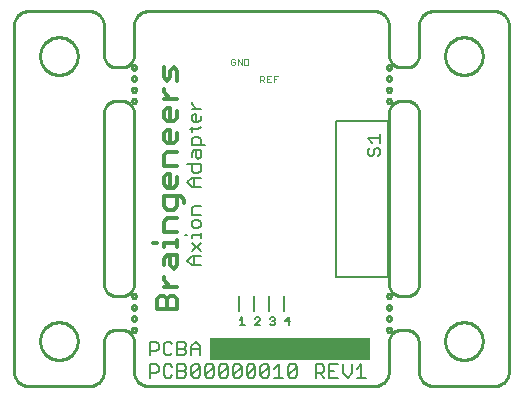
<source format=gbr>
G04 EAGLE Gerber RS-274X export*
G75*
%MOIN*%
%FSLAX34Y34*%
%LPD*%
%INSilkscreen Top*%
%IPPOS*%
%AMOC8*
5,1,8,0,0,1.08239X$1,22.5*%
G01*
%ADD10C,0.012000*%
%ADD11C,0.006000*%
%ADD12R,0.537500X0.075000*%
%ADD13C,0.004000*%
%ADD14C,0.005000*%
%ADD15C,0.008000*%
%ADD16C,0.010000*%


D10*
X-2560Y-7940D02*
X-3241Y-7940D01*
X-3241Y-7600D01*
X-3127Y-7486D01*
X-3014Y-7486D01*
X-2900Y-7600D01*
X-2787Y-7486D01*
X-2673Y-7486D01*
X-2560Y-7600D01*
X-2560Y-7940D01*
X-2900Y-7940D02*
X-2900Y-7600D01*
X-3014Y-7203D02*
X-2560Y-7203D01*
X-2787Y-7203D02*
X-3014Y-6977D01*
X-3014Y-6863D01*
X-3014Y-6476D02*
X-3014Y-6249D01*
X-2900Y-6136D01*
X-2560Y-6136D01*
X-2560Y-6476D01*
X-2673Y-6590D01*
X-2787Y-6476D01*
X-2787Y-6136D01*
X-3014Y-5853D02*
X-3014Y-5739D01*
X-2560Y-5739D01*
X-2560Y-5626D02*
X-2560Y-5853D01*
X-3241Y-5739D02*
X-3354Y-5739D01*
X-3014Y-5362D02*
X-2560Y-5362D01*
X-3014Y-5362D02*
X-3014Y-5022D01*
X-2900Y-4908D01*
X-2560Y-4908D01*
X-2333Y-4398D02*
X-2333Y-4285D01*
X-2447Y-4171D01*
X-3014Y-4171D01*
X-3014Y-4512D01*
X-2900Y-4625D01*
X-2673Y-4625D01*
X-2560Y-4512D01*
X-2560Y-4171D01*
X-2560Y-3775D02*
X-2560Y-3548D01*
X-2560Y-3775D02*
X-2673Y-3889D01*
X-2900Y-3889D01*
X-3014Y-3775D01*
X-3014Y-3548D01*
X-2900Y-3435D01*
X-2787Y-3435D01*
X-2787Y-3889D01*
X-2560Y-3152D02*
X-3014Y-3152D01*
X-3014Y-2812D01*
X-2900Y-2698D01*
X-2560Y-2698D01*
X-2560Y-2302D02*
X-2560Y-2075D01*
X-2560Y-2302D02*
X-2673Y-2415D01*
X-2900Y-2415D01*
X-3014Y-2302D01*
X-3014Y-2075D01*
X-2900Y-1962D01*
X-2787Y-1962D01*
X-2787Y-2415D01*
X-2560Y-1565D02*
X-2560Y-1338D01*
X-2560Y-1565D02*
X-2673Y-1679D01*
X-2900Y-1679D01*
X-3014Y-1565D01*
X-3014Y-1338D01*
X-2900Y-1225D01*
X-2787Y-1225D01*
X-2787Y-1679D01*
X-2560Y-942D02*
X-3014Y-942D01*
X-2787Y-942D02*
X-3014Y-715D01*
X-3014Y-602D01*
X-2560Y-328D02*
X-2560Y12D01*
X-2673Y126D01*
X-2787Y12D01*
X-2787Y-215D01*
X-2900Y-328D01*
X-3014Y-215D01*
X-3014Y126D01*
D11*
X-2074Y-6470D02*
X-1780Y-6470D01*
X-2074Y-6470D02*
X-2220Y-6323D01*
X-2074Y-6176D01*
X-1780Y-6176D01*
X-2000Y-6176D02*
X-2000Y-6470D01*
X-2074Y-6010D02*
X-1780Y-5716D01*
X-1780Y-6010D02*
X-2074Y-5716D01*
X-2074Y-5549D02*
X-2074Y-5476D01*
X-1780Y-5476D01*
X-1780Y-5549D02*
X-1780Y-5402D01*
X-2220Y-5476D02*
X-2294Y-5476D01*
X-1780Y-5169D02*
X-1780Y-5022D01*
X-1853Y-4949D01*
X-2000Y-4949D01*
X-2074Y-5022D01*
X-2074Y-5169D01*
X-2000Y-5242D01*
X-1853Y-5242D01*
X-1780Y-5169D01*
X-1780Y-4782D02*
X-2074Y-4782D01*
X-2074Y-4562D01*
X-2000Y-4488D01*
X-1780Y-4488D01*
X-1780Y-3861D02*
X-2074Y-3861D01*
X-2220Y-3714D01*
X-2074Y-3568D01*
X-1780Y-3568D01*
X-2000Y-3568D02*
X-2000Y-3861D01*
X-2220Y-3107D02*
X-1780Y-3107D01*
X-1780Y-3327D01*
X-1853Y-3401D01*
X-2000Y-3401D01*
X-2074Y-3327D01*
X-2074Y-3107D01*
X-2074Y-2867D02*
X-2074Y-2720D01*
X-2000Y-2647D01*
X-1780Y-2647D01*
X-1780Y-2867D01*
X-1853Y-2940D01*
X-1927Y-2867D01*
X-1927Y-2647D01*
X-2074Y-2480D02*
X-1633Y-2480D01*
X-2074Y-2480D02*
X-2074Y-2260D01*
X-2000Y-2186D01*
X-1853Y-2186D01*
X-1780Y-2260D01*
X-1780Y-2480D01*
X-1853Y-1946D02*
X-2147Y-1946D01*
X-1853Y-1946D02*
X-1780Y-1873D01*
X-2074Y-1873D02*
X-2074Y-2020D01*
X-1780Y-1639D02*
X-1780Y-1492D01*
X-1780Y-1639D02*
X-1853Y-1713D01*
X-2000Y-1713D01*
X-2074Y-1639D01*
X-2074Y-1492D01*
X-2000Y-1419D01*
X-1927Y-1419D01*
X-1927Y-1713D01*
X-1780Y-1252D02*
X-2074Y-1252D01*
X-1927Y-1252D02*
X-2074Y-1105D01*
X-2074Y-1032D01*
X-3470Y-9030D02*
X-3470Y-9470D01*
X-3470Y-9030D02*
X-3250Y-9030D01*
X-3176Y-9103D01*
X-3176Y-9250D01*
X-3250Y-9323D01*
X-3470Y-9323D01*
X-2789Y-9030D02*
X-2716Y-9103D01*
X-2789Y-9030D02*
X-2936Y-9030D01*
X-3010Y-9103D01*
X-3010Y-9397D01*
X-2936Y-9470D01*
X-2789Y-9470D01*
X-2716Y-9397D01*
X-2549Y-9470D02*
X-2549Y-9030D01*
X-2329Y-9030D01*
X-2256Y-9103D01*
X-2256Y-9176D01*
X-2329Y-9250D01*
X-2256Y-9323D01*
X-2256Y-9397D01*
X-2329Y-9470D01*
X-2549Y-9470D01*
X-2549Y-9250D02*
X-2329Y-9250D01*
X-2089Y-9176D02*
X-2089Y-9470D01*
X-2089Y-9176D02*
X-1942Y-9030D01*
X-1795Y-9176D01*
X-1795Y-9470D01*
X-1795Y-9250D02*
X-2089Y-9250D01*
X-3470Y-9780D02*
X-3470Y-10220D01*
X-3470Y-9780D02*
X-3250Y-9780D01*
X-3176Y-9853D01*
X-3176Y-10000D01*
X-3250Y-10073D01*
X-3470Y-10073D01*
X-2789Y-9780D02*
X-2716Y-9853D01*
X-2789Y-9780D02*
X-2936Y-9780D01*
X-3010Y-9853D01*
X-3010Y-10147D01*
X-2936Y-10220D01*
X-2789Y-10220D01*
X-2716Y-10147D01*
X-2549Y-10220D02*
X-2549Y-9780D01*
X-2329Y-9780D01*
X-2256Y-9853D01*
X-2256Y-9926D01*
X-2329Y-10000D01*
X-2256Y-10073D01*
X-2256Y-10147D01*
X-2329Y-10220D01*
X-2549Y-10220D01*
X-2549Y-10000D02*
X-2329Y-10000D01*
X-2089Y-10147D02*
X-2089Y-9853D01*
X-2015Y-9780D01*
X-1869Y-9780D01*
X-1795Y-9853D01*
X-1795Y-10147D01*
X-1869Y-10220D01*
X-2015Y-10220D01*
X-2089Y-10147D01*
X-1795Y-9853D01*
X-1628Y-9853D02*
X-1628Y-10147D01*
X-1628Y-9853D02*
X-1555Y-9780D01*
X-1408Y-9780D01*
X-1335Y-9853D01*
X-1335Y-10147D01*
X-1408Y-10220D01*
X-1555Y-10220D01*
X-1628Y-10147D01*
X-1335Y-9853D01*
X-1168Y-9853D02*
X-1168Y-10147D01*
X-1168Y-9853D02*
X-1095Y-9780D01*
X-948Y-9780D01*
X-874Y-9853D01*
X-874Y-10147D01*
X-948Y-10220D01*
X-1095Y-10220D01*
X-1168Y-10147D01*
X-874Y-9853D01*
X-708Y-9853D02*
X-708Y-10147D01*
X-708Y-9853D02*
X-634Y-9780D01*
X-487Y-9780D01*
X-414Y-9853D01*
X-414Y-10147D01*
X-487Y-10220D01*
X-634Y-10220D01*
X-708Y-10147D01*
X-414Y-9853D01*
X-247Y-9853D02*
X-247Y-10147D01*
X-247Y-9853D02*
X-174Y-9780D01*
X-27Y-9780D01*
X46Y-9853D01*
X46Y-10147D01*
X-27Y-10220D01*
X-174Y-10220D01*
X-247Y-10147D01*
X46Y-9853D01*
X213Y-9853D02*
X213Y-10147D01*
X213Y-9853D02*
X287Y-9780D01*
X433Y-9780D01*
X507Y-9853D01*
X507Y-10147D01*
X433Y-10220D01*
X287Y-10220D01*
X213Y-10147D01*
X507Y-9853D01*
X674Y-9926D02*
X820Y-9780D01*
X820Y-10220D01*
X674Y-10220D02*
X967Y-10220D01*
X1134Y-10147D02*
X1134Y-9853D01*
X1207Y-9780D01*
X1354Y-9780D01*
X1428Y-9853D01*
X1428Y-10147D01*
X1354Y-10220D01*
X1207Y-10220D01*
X1134Y-10147D01*
X1428Y-9853D01*
X2055Y-9780D02*
X2055Y-10220D01*
X2055Y-9780D02*
X2275Y-9780D01*
X2348Y-9853D01*
X2348Y-10000D01*
X2275Y-10073D01*
X2055Y-10073D01*
X2202Y-10073D02*
X2348Y-10220D01*
X2515Y-9780D02*
X2809Y-9780D01*
X2515Y-9780D02*
X2515Y-10220D01*
X2809Y-10220D01*
X2662Y-10000D02*
X2515Y-10000D01*
X2975Y-10073D02*
X2975Y-9780D01*
X2975Y-10073D02*
X3122Y-10220D01*
X3269Y-10073D01*
X3269Y-9780D01*
X3436Y-9926D02*
X3583Y-9780D01*
X3583Y-10220D01*
X3729Y-10220D02*
X3436Y-10220D01*
D12*
X1188Y-9250D03*
D13*
X-624Y369D02*
X-657Y403D01*
X-724Y403D01*
X-758Y369D01*
X-758Y236D01*
X-724Y203D01*
X-657Y203D01*
X-624Y236D01*
X-624Y303D01*
X-691Y303D01*
X-537Y203D02*
X-537Y403D01*
X-403Y203D01*
X-403Y403D01*
X-316Y403D02*
X-316Y203D01*
X-215Y203D01*
X-182Y236D01*
X-182Y369D01*
X-215Y403D01*
X-316Y403D01*
X211Y-159D02*
X211Y-359D01*
X211Y-159D02*
X311Y-159D01*
X345Y-192D01*
X345Y-259D01*
X311Y-292D01*
X211Y-292D01*
X278Y-292D02*
X345Y-359D01*
X432Y-159D02*
X566Y-159D01*
X432Y-159D02*
X432Y-359D01*
X566Y-359D01*
X499Y-259D02*
X432Y-259D01*
X653Y-359D02*
X653Y-159D01*
X787Y-159D01*
X720Y-259D02*
X653Y-259D01*
D14*
X-385Y-8205D02*
X-475Y-8295D01*
X-385Y-8205D02*
X-385Y-8475D01*
X-475Y-8475D02*
X-295Y-8475D01*
X25Y-8475D02*
X205Y-8475D01*
X25Y-8475D02*
X205Y-8295D01*
X205Y-8250D01*
X160Y-8205D01*
X70Y-8205D01*
X25Y-8250D01*
X525Y-8254D02*
X570Y-8209D01*
X660Y-8209D01*
X705Y-8254D01*
X705Y-8299D01*
X660Y-8344D01*
X615Y-8344D01*
X660Y-8344D02*
X705Y-8389D01*
X705Y-8434D01*
X660Y-8479D01*
X570Y-8479D01*
X525Y-8434D01*
X1160Y-8475D02*
X1160Y-8205D01*
X1025Y-8340D01*
X1205Y-8340D01*
D11*
X-500Y-8000D02*
X-500Y-7500D01*
X0Y-7500D02*
X0Y-8000D01*
X500Y-8000D02*
X500Y-7500D01*
X1000Y-7500D02*
X1000Y-8000D01*
D14*
X4480Y-6850D02*
X4480Y-1650D01*
X2750Y-1650D01*
X2750Y-6850D01*
X4480Y-6850D01*
D15*
X3790Y-2632D02*
X3860Y-2562D01*
X3790Y-2632D02*
X3790Y-2772D01*
X3860Y-2842D01*
X3930Y-2842D01*
X4000Y-2772D01*
X4000Y-2632D01*
X4070Y-2562D01*
X4140Y-2562D01*
X4210Y-2632D01*
X4210Y-2772D01*
X4140Y-2842D01*
X3930Y-2382D02*
X3790Y-2241D01*
X4210Y-2241D01*
X4210Y-2101D02*
X4210Y-2382D01*
D16*
X-8000Y-10000D02*
X-7998Y-10044D01*
X-7992Y-10087D01*
X-7983Y-10129D01*
X-7970Y-10171D01*
X-7953Y-10211D01*
X-7933Y-10250D01*
X-7910Y-10287D01*
X-7883Y-10321D01*
X-7854Y-10354D01*
X-7821Y-10383D01*
X-7787Y-10410D01*
X-7750Y-10433D01*
X-7711Y-10453D01*
X-7671Y-10470D01*
X-7629Y-10483D01*
X-7587Y-10492D01*
X-7544Y-10498D01*
X-7500Y-10500D01*
X-5500Y-10500D01*
X-5456Y-10498D01*
X-5413Y-10492D01*
X-5371Y-10483D01*
X-5329Y-10470D01*
X-5289Y-10453D01*
X-5250Y-10433D01*
X-5213Y-10410D01*
X-5179Y-10383D01*
X-5146Y-10354D01*
X-5117Y-10321D01*
X-5090Y-10287D01*
X-5067Y-10250D01*
X-5047Y-10211D01*
X-5030Y-10171D01*
X-5017Y-10129D01*
X-5008Y-10087D01*
X-5002Y-10044D01*
X-5000Y-10000D01*
X-5000Y-9025D01*
X-4998Y-8990D01*
X-4994Y-8956D01*
X-4986Y-8921D01*
X-4976Y-8888D01*
X-4963Y-8856D01*
X-4946Y-8825D01*
X-4928Y-8796D01*
X-4906Y-8768D01*
X-4883Y-8742D01*
X-4857Y-8719D01*
X-4829Y-8697D01*
X-4800Y-8679D01*
X-4769Y-8662D01*
X-4737Y-8649D01*
X-4704Y-8639D01*
X-4669Y-8631D01*
X-4635Y-8627D01*
X-4600Y-8625D01*
X-4400Y-8625D01*
X-4365Y-8627D01*
X-4331Y-8631D01*
X-4296Y-8639D01*
X-4263Y-8649D01*
X-4231Y-8662D01*
X-4200Y-8679D01*
X-4171Y-8697D01*
X-4143Y-8719D01*
X-4117Y-8742D01*
X-4094Y-8768D01*
X-4072Y-8796D01*
X-4054Y-8825D01*
X-4037Y-8856D01*
X-4024Y-8888D01*
X-4014Y-8921D01*
X-4006Y-8956D01*
X-4002Y-8990D01*
X-4000Y-9025D01*
X-4000Y-10000D01*
X-3998Y-10044D01*
X-3992Y-10087D01*
X-3983Y-10129D01*
X-3970Y-10171D01*
X-3953Y-10211D01*
X-3933Y-10250D01*
X-3910Y-10287D01*
X-3883Y-10321D01*
X-3854Y-10354D01*
X-3821Y-10383D01*
X-3787Y-10410D01*
X-3750Y-10433D01*
X-3711Y-10453D01*
X-3671Y-10470D01*
X-3629Y-10483D01*
X-3587Y-10492D01*
X-3544Y-10498D01*
X-3500Y-10500D01*
X4000Y-10500D01*
X4044Y-10498D01*
X4087Y-10492D01*
X4129Y-10483D01*
X4171Y-10470D01*
X4211Y-10453D01*
X4250Y-10433D01*
X4287Y-10410D01*
X4321Y-10383D01*
X4354Y-10354D01*
X4383Y-10321D01*
X4410Y-10287D01*
X4433Y-10250D01*
X4453Y-10211D01*
X4470Y-10171D01*
X4483Y-10129D01*
X4492Y-10087D01*
X4498Y-10044D01*
X4500Y-10000D01*
X4500Y-9025D01*
X4502Y-8990D01*
X4506Y-8956D01*
X4514Y-8921D01*
X4524Y-8888D01*
X4537Y-8856D01*
X4554Y-8825D01*
X4572Y-8796D01*
X4594Y-8768D01*
X4617Y-8742D01*
X4643Y-8719D01*
X4671Y-8697D01*
X4700Y-8679D01*
X4731Y-8662D01*
X4763Y-8649D01*
X4796Y-8639D01*
X4831Y-8631D01*
X4865Y-8627D01*
X4900Y-8625D01*
X5100Y-8625D01*
X5140Y-8632D01*
X5179Y-8643D01*
X5218Y-8657D01*
X5254Y-8674D01*
X5290Y-8695D01*
X5323Y-8718D01*
X5354Y-8744D01*
X5383Y-8773D01*
X5409Y-8805D01*
X5432Y-8838D01*
X5452Y-8873D01*
X5469Y-8910D01*
X5483Y-8949D01*
X5493Y-8988D01*
X5500Y-9028D01*
X5504Y-9069D01*
X5504Y-9109D01*
X5500Y-9150D01*
X5500Y-10000D01*
X5502Y-10044D01*
X5508Y-10087D01*
X5517Y-10129D01*
X5530Y-10171D01*
X5547Y-10211D01*
X5567Y-10250D01*
X5590Y-10287D01*
X5617Y-10321D01*
X5646Y-10354D01*
X5679Y-10383D01*
X5713Y-10410D01*
X5750Y-10433D01*
X5789Y-10453D01*
X5829Y-10470D01*
X5871Y-10483D01*
X5913Y-10492D01*
X5956Y-10498D01*
X6000Y-10500D01*
X8000Y-10500D01*
X8044Y-10498D01*
X8087Y-10492D01*
X8129Y-10483D01*
X8171Y-10470D01*
X8211Y-10453D01*
X8250Y-10433D01*
X8287Y-10410D01*
X8321Y-10383D01*
X8354Y-10354D01*
X8383Y-10321D01*
X8410Y-10287D01*
X8433Y-10250D01*
X8453Y-10211D01*
X8470Y-10171D01*
X8483Y-10129D01*
X8492Y-10087D01*
X8498Y-10044D01*
X8500Y-10000D01*
X8500Y1500D01*
X8498Y1544D01*
X8492Y1587D01*
X8483Y1629D01*
X8470Y1671D01*
X8453Y1711D01*
X8433Y1750D01*
X8410Y1787D01*
X8383Y1821D01*
X8354Y1854D01*
X8321Y1883D01*
X8287Y1910D01*
X8250Y1933D01*
X8211Y1953D01*
X8171Y1970D01*
X8129Y1983D01*
X8087Y1992D01*
X8044Y1998D01*
X8000Y2000D01*
X6000Y2000D01*
X5956Y1998D01*
X5913Y1992D01*
X5871Y1983D01*
X5829Y1970D01*
X5789Y1953D01*
X5750Y1933D01*
X5713Y1910D01*
X5679Y1883D01*
X5646Y1854D01*
X5617Y1821D01*
X5590Y1787D01*
X5567Y1750D01*
X5547Y1711D01*
X5530Y1671D01*
X5517Y1629D01*
X5508Y1587D01*
X5502Y1544D01*
X5500Y1500D01*
X5500Y525D01*
X5498Y490D01*
X5494Y456D01*
X5486Y421D01*
X5476Y388D01*
X5463Y356D01*
X5446Y325D01*
X5428Y296D01*
X5406Y268D01*
X5383Y242D01*
X5357Y219D01*
X5329Y197D01*
X5300Y179D01*
X5269Y162D01*
X5237Y149D01*
X5204Y139D01*
X5169Y131D01*
X5135Y127D01*
X5100Y125D01*
X4900Y125D01*
X4865Y127D01*
X4831Y131D01*
X4796Y139D01*
X4763Y149D01*
X4731Y162D01*
X4700Y179D01*
X4671Y197D01*
X4643Y219D01*
X4617Y242D01*
X4594Y268D01*
X4572Y296D01*
X4554Y325D01*
X4537Y356D01*
X4524Y388D01*
X4514Y421D01*
X4506Y456D01*
X4502Y490D01*
X4500Y525D01*
X4500Y1500D01*
X4498Y1544D01*
X4492Y1587D01*
X4483Y1629D01*
X4470Y1671D01*
X4453Y1711D01*
X4433Y1750D01*
X4410Y1787D01*
X4383Y1821D01*
X4354Y1854D01*
X4321Y1883D01*
X4287Y1910D01*
X4250Y1933D01*
X4211Y1953D01*
X4171Y1970D01*
X4129Y1983D01*
X4087Y1992D01*
X4044Y1998D01*
X4000Y2000D01*
X-3500Y2000D01*
X-3544Y1998D01*
X-3587Y1992D01*
X-3629Y1983D01*
X-3671Y1970D01*
X-3711Y1953D01*
X-3750Y1933D01*
X-3787Y1910D01*
X-3821Y1883D01*
X-3854Y1854D01*
X-3883Y1821D01*
X-3910Y1787D01*
X-3933Y1750D01*
X-3953Y1711D01*
X-3970Y1671D01*
X-3983Y1629D01*
X-3992Y1587D01*
X-3998Y1544D01*
X-4000Y1500D01*
X-4000Y525D01*
X-4002Y490D01*
X-4006Y456D01*
X-4014Y421D01*
X-4024Y388D01*
X-4037Y356D01*
X-4054Y325D01*
X-4072Y296D01*
X-4094Y268D01*
X-4117Y242D01*
X-4143Y219D01*
X-4171Y197D01*
X-4200Y179D01*
X-4231Y162D01*
X-4263Y149D01*
X-4296Y139D01*
X-4331Y131D01*
X-4365Y127D01*
X-4400Y125D01*
X-4600Y125D01*
X-4635Y127D01*
X-4669Y131D01*
X-4704Y139D01*
X-4737Y149D01*
X-4769Y162D01*
X-4800Y179D01*
X-4829Y197D01*
X-4857Y219D01*
X-4883Y242D01*
X-4906Y268D01*
X-4928Y296D01*
X-4946Y325D01*
X-4963Y356D01*
X-4976Y388D01*
X-4986Y421D01*
X-4994Y456D01*
X-4998Y490D01*
X-5000Y525D01*
X-5000Y1500D01*
X-5002Y1544D01*
X-5008Y1587D01*
X-5017Y1629D01*
X-5030Y1671D01*
X-5047Y1711D01*
X-5067Y1750D01*
X-5090Y1787D01*
X-5117Y1821D01*
X-5146Y1854D01*
X-5179Y1883D01*
X-5213Y1910D01*
X-5250Y1933D01*
X-5289Y1953D01*
X-5329Y1970D01*
X-5371Y1983D01*
X-5413Y1992D01*
X-5456Y1998D01*
X-5500Y2000D01*
X-7500Y2000D01*
X-7544Y1998D01*
X-7587Y1992D01*
X-7629Y1983D01*
X-7671Y1970D01*
X-7711Y1953D01*
X-7750Y1933D01*
X-7787Y1910D01*
X-7821Y1883D01*
X-7854Y1854D01*
X-7883Y1821D01*
X-7910Y1787D01*
X-7933Y1750D01*
X-7953Y1711D01*
X-7970Y1671D01*
X-7983Y1629D01*
X-7992Y1587D01*
X-7998Y1544D01*
X-8000Y1500D01*
X-8000Y-10000D01*
X4500Y-7100D02*
X4502Y-7135D01*
X4506Y-7169D01*
X4514Y-7204D01*
X4524Y-7237D01*
X4537Y-7269D01*
X4554Y-7300D01*
X4572Y-7329D01*
X4594Y-7357D01*
X4617Y-7383D01*
X4643Y-7406D01*
X4671Y-7428D01*
X4700Y-7446D01*
X4731Y-7463D01*
X4763Y-7476D01*
X4796Y-7486D01*
X4831Y-7494D01*
X4865Y-7498D01*
X4900Y-7500D01*
X5100Y-7500D01*
X5135Y-7498D01*
X5169Y-7494D01*
X5204Y-7486D01*
X5237Y-7476D01*
X5269Y-7463D01*
X5300Y-7446D01*
X5329Y-7428D01*
X5357Y-7406D01*
X5383Y-7383D01*
X5406Y-7357D01*
X5428Y-7329D01*
X5446Y-7300D01*
X5463Y-7269D01*
X5476Y-7237D01*
X5486Y-7204D01*
X5494Y-7169D01*
X5498Y-7135D01*
X5500Y-7100D01*
X5500Y-1400D01*
X5498Y-1365D01*
X5494Y-1331D01*
X5486Y-1296D01*
X5476Y-1263D01*
X5463Y-1231D01*
X5446Y-1200D01*
X5428Y-1171D01*
X5406Y-1143D01*
X5383Y-1117D01*
X5357Y-1094D01*
X5329Y-1072D01*
X5300Y-1054D01*
X5269Y-1037D01*
X5237Y-1024D01*
X5204Y-1014D01*
X5169Y-1006D01*
X5135Y-1002D01*
X5100Y-1000D01*
X4900Y-1000D01*
X4865Y-1002D01*
X4831Y-1006D01*
X4796Y-1014D01*
X4763Y-1024D01*
X4731Y-1037D01*
X4700Y-1054D01*
X4671Y-1072D01*
X4643Y-1094D01*
X4617Y-1117D01*
X4594Y-1143D01*
X4572Y-1171D01*
X4554Y-1200D01*
X4537Y-1231D01*
X4524Y-1263D01*
X4514Y-1296D01*
X4506Y-1331D01*
X4502Y-1365D01*
X4500Y-1400D01*
X4500Y-7100D01*
X-5000Y-7100D02*
X-4998Y-7135D01*
X-4994Y-7169D01*
X-4986Y-7204D01*
X-4976Y-7237D01*
X-4963Y-7269D01*
X-4946Y-7300D01*
X-4928Y-7329D01*
X-4906Y-7357D01*
X-4883Y-7383D01*
X-4857Y-7406D01*
X-4829Y-7428D01*
X-4800Y-7446D01*
X-4769Y-7463D01*
X-4737Y-7476D01*
X-4704Y-7486D01*
X-4669Y-7494D01*
X-4635Y-7498D01*
X-4600Y-7500D01*
X-4400Y-7500D01*
X-4365Y-7498D01*
X-4331Y-7494D01*
X-4296Y-7486D01*
X-4263Y-7476D01*
X-4231Y-7463D01*
X-4200Y-7446D01*
X-4171Y-7428D01*
X-4143Y-7406D01*
X-4117Y-7383D01*
X-4094Y-7357D01*
X-4072Y-7329D01*
X-4054Y-7300D01*
X-4037Y-7269D01*
X-4024Y-7237D01*
X-4014Y-7204D01*
X-4006Y-7169D01*
X-4002Y-7135D01*
X-4000Y-7100D01*
X-4000Y-1400D01*
X-4002Y-1365D01*
X-4006Y-1331D01*
X-4014Y-1296D01*
X-4024Y-1263D01*
X-4037Y-1231D01*
X-4054Y-1200D01*
X-4072Y-1171D01*
X-4094Y-1143D01*
X-4117Y-1117D01*
X-4143Y-1094D01*
X-4171Y-1072D01*
X-4200Y-1054D01*
X-4231Y-1037D01*
X-4263Y-1024D01*
X-4296Y-1014D01*
X-4331Y-1006D01*
X-4365Y-1002D01*
X-4400Y-1000D01*
X-4600Y-1000D01*
X-4635Y-1002D01*
X-4669Y-1006D01*
X-4704Y-1014D01*
X-4737Y-1024D01*
X-4769Y-1037D01*
X-4800Y-1054D01*
X-4829Y-1072D01*
X-4857Y-1094D01*
X-4883Y-1117D01*
X-4906Y-1143D01*
X-4928Y-1171D01*
X-4946Y-1200D01*
X-4963Y-1231D01*
X-4976Y-1263D01*
X-4986Y-1296D01*
X-4994Y-1331D01*
X-4998Y-1365D01*
X-5000Y-1400D01*
X-5000Y-7100D01*
X4575Y-8632D02*
X4572Y-8647D01*
X4566Y-8661D01*
X4558Y-8673D01*
X4548Y-8683D01*
X4536Y-8691D01*
X4522Y-8697D01*
X4507Y-8700D01*
X4493Y-8700D01*
X4478Y-8697D01*
X4464Y-8691D01*
X4452Y-8683D01*
X4442Y-8673D01*
X4434Y-8661D01*
X4428Y-8647D01*
X4425Y-8632D01*
X4425Y-8618D01*
X4428Y-8603D01*
X4434Y-8589D01*
X4442Y-8577D01*
X4452Y-8567D01*
X4464Y-8559D01*
X4478Y-8553D01*
X4493Y-8550D01*
X4507Y-8550D01*
X4522Y-8553D01*
X4536Y-8559D01*
X4548Y-8567D01*
X4558Y-8577D01*
X4566Y-8589D01*
X4572Y-8603D01*
X4575Y-8618D01*
X4575Y-8632D01*
X4575Y-7507D02*
X4572Y-7522D01*
X4566Y-7536D01*
X4558Y-7548D01*
X4548Y-7558D01*
X4536Y-7566D01*
X4522Y-7572D01*
X4507Y-7575D01*
X4493Y-7575D01*
X4478Y-7572D01*
X4464Y-7566D01*
X4452Y-7558D01*
X4442Y-7548D01*
X4434Y-7536D01*
X4428Y-7522D01*
X4425Y-7507D01*
X4425Y-7493D01*
X4428Y-7478D01*
X4434Y-7464D01*
X4442Y-7452D01*
X4452Y-7442D01*
X4464Y-7434D01*
X4478Y-7428D01*
X4493Y-7425D01*
X4507Y-7425D01*
X4522Y-7428D01*
X4536Y-7434D01*
X4548Y-7442D01*
X4558Y-7452D01*
X4566Y-7464D01*
X4572Y-7478D01*
X4575Y-7493D01*
X4575Y-7507D01*
X4575Y-7882D02*
X4572Y-7897D01*
X4566Y-7911D01*
X4558Y-7923D01*
X4548Y-7933D01*
X4536Y-7941D01*
X4522Y-7947D01*
X4507Y-7950D01*
X4493Y-7950D01*
X4478Y-7947D01*
X4464Y-7941D01*
X4452Y-7933D01*
X4442Y-7923D01*
X4434Y-7911D01*
X4428Y-7897D01*
X4425Y-7882D01*
X4425Y-7868D01*
X4428Y-7853D01*
X4434Y-7839D01*
X4442Y-7827D01*
X4452Y-7817D01*
X4464Y-7809D01*
X4478Y-7803D01*
X4493Y-7800D01*
X4507Y-7800D01*
X4522Y-7803D01*
X4536Y-7809D01*
X4548Y-7817D01*
X4558Y-7827D01*
X4566Y-7839D01*
X4572Y-7853D01*
X4575Y-7868D01*
X4575Y-7882D01*
X4575Y-8257D02*
X4572Y-8272D01*
X4566Y-8286D01*
X4558Y-8298D01*
X4548Y-8308D01*
X4536Y-8316D01*
X4522Y-8322D01*
X4507Y-8325D01*
X4493Y-8325D01*
X4478Y-8322D01*
X4464Y-8316D01*
X4452Y-8308D01*
X4442Y-8298D01*
X4434Y-8286D01*
X4428Y-8272D01*
X4425Y-8257D01*
X4425Y-8243D01*
X4428Y-8228D01*
X4434Y-8214D01*
X4442Y-8202D01*
X4452Y-8192D01*
X4464Y-8184D01*
X4478Y-8178D01*
X4493Y-8175D01*
X4507Y-8175D01*
X4522Y-8178D01*
X4536Y-8184D01*
X4548Y-8192D01*
X4558Y-8202D01*
X4566Y-8214D01*
X4572Y-8228D01*
X4575Y-8243D01*
X4575Y-8257D01*
X7625Y-9020D02*
X7622Y-9061D01*
X7617Y-9102D01*
X7609Y-9142D01*
X7598Y-9182D01*
X7585Y-9220D01*
X7570Y-9258D01*
X7551Y-9295D01*
X7531Y-9330D01*
X7508Y-9364D01*
X7483Y-9397D01*
X7456Y-9427D01*
X7427Y-9456D01*
X7397Y-9483D01*
X7364Y-9508D01*
X7330Y-9531D01*
X7295Y-9551D01*
X7258Y-9570D01*
X7220Y-9585D01*
X7182Y-9598D01*
X7142Y-9609D01*
X7102Y-9617D01*
X7061Y-9622D01*
X7020Y-9625D01*
X6980Y-9625D01*
X6939Y-9622D01*
X6898Y-9617D01*
X6858Y-9609D01*
X6818Y-9598D01*
X6780Y-9585D01*
X6742Y-9570D01*
X6705Y-9551D01*
X6670Y-9531D01*
X6636Y-9508D01*
X6603Y-9483D01*
X6573Y-9456D01*
X6544Y-9427D01*
X6517Y-9397D01*
X6492Y-9364D01*
X6469Y-9330D01*
X6449Y-9295D01*
X6430Y-9258D01*
X6415Y-9220D01*
X6402Y-9182D01*
X6391Y-9142D01*
X6383Y-9102D01*
X6378Y-9061D01*
X6375Y-9020D01*
X6375Y-8980D01*
X6378Y-8939D01*
X6383Y-8898D01*
X6391Y-8858D01*
X6402Y-8818D01*
X6415Y-8780D01*
X6430Y-8742D01*
X6449Y-8705D01*
X6469Y-8670D01*
X6492Y-8636D01*
X6517Y-8603D01*
X6544Y-8573D01*
X6573Y-8544D01*
X6603Y-8517D01*
X6636Y-8492D01*
X6670Y-8469D01*
X6705Y-8449D01*
X6742Y-8430D01*
X6780Y-8415D01*
X6818Y-8402D01*
X6858Y-8391D01*
X6898Y-8383D01*
X6939Y-8378D01*
X6980Y-8375D01*
X7020Y-8375D01*
X7061Y-8378D01*
X7102Y-8383D01*
X7142Y-8391D01*
X7182Y-8402D01*
X7220Y-8415D01*
X7258Y-8430D01*
X7295Y-8449D01*
X7330Y-8469D01*
X7364Y-8492D01*
X7397Y-8517D01*
X7427Y-8544D01*
X7456Y-8573D01*
X7483Y-8603D01*
X7508Y-8636D01*
X7531Y-8670D01*
X7551Y-8705D01*
X7570Y-8742D01*
X7585Y-8780D01*
X7598Y-8818D01*
X7609Y-8858D01*
X7617Y-8898D01*
X7622Y-8939D01*
X7625Y-8980D01*
X7625Y-9020D01*
X4575Y-1007D02*
X4572Y-1022D01*
X4566Y-1036D01*
X4558Y-1048D01*
X4548Y-1058D01*
X4536Y-1066D01*
X4522Y-1072D01*
X4507Y-1075D01*
X4493Y-1075D01*
X4478Y-1072D01*
X4464Y-1066D01*
X4452Y-1058D01*
X4442Y-1048D01*
X4434Y-1036D01*
X4428Y-1022D01*
X4425Y-1007D01*
X4425Y-993D01*
X4428Y-978D01*
X4434Y-964D01*
X4442Y-952D01*
X4452Y-942D01*
X4464Y-934D01*
X4478Y-928D01*
X4493Y-925D01*
X4507Y-925D01*
X4522Y-928D01*
X4536Y-934D01*
X4548Y-942D01*
X4558Y-952D01*
X4566Y-964D01*
X4572Y-978D01*
X4575Y-993D01*
X4575Y-1007D01*
X4575Y118D02*
X4572Y103D01*
X4566Y89D01*
X4558Y77D01*
X4548Y67D01*
X4536Y59D01*
X4522Y53D01*
X4507Y50D01*
X4493Y50D01*
X4478Y53D01*
X4464Y59D01*
X4452Y67D01*
X4442Y77D01*
X4434Y89D01*
X4428Y103D01*
X4425Y118D01*
X4425Y132D01*
X4428Y147D01*
X4434Y161D01*
X4442Y173D01*
X4452Y183D01*
X4464Y191D01*
X4478Y197D01*
X4493Y200D01*
X4507Y200D01*
X4522Y197D01*
X4536Y191D01*
X4548Y183D01*
X4558Y173D01*
X4566Y161D01*
X4572Y147D01*
X4575Y132D01*
X4575Y118D01*
X4575Y-257D02*
X4572Y-272D01*
X4566Y-286D01*
X4558Y-298D01*
X4548Y-308D01*
X4536Y-316D01*
X4522Y-322D01*
X4507Y-325D01*
X4493Y-325D01*
X4478Y-322D01*
X4464Y-316D01*
X4452Y-308D01*
X4442Y-298D01*
X4434Y-286D01*
X4428Y-272D01*
X4425Y-257D01*
X4425Y-243D01*
X4428Y-228D01*
X4434Y-214D01*
X4442Y-202D01*
X4452Y-192D01*
X4464Y-184D01*
X4478Y-178D01*
X4493Y-175D01*
X4507Y-175D01*
X4522Y-178D01*
X4536Y-184D01*
X4548Y-192D01*
X4558Y-202D01*
X4566Y-214D01*
X4572Y-228D01*
X4575Y-243D01*
X4575Y-257D01*
X4575Y-632D02*
X4572Y-647D01*
X4566Y-661D01*
X4558Y-673D01*
X4548Y-683D01*
X4536Y-691D01*
X4522Y-697D01*
X4507Y-700D01*
X4493Y-700D01*
X4478Y-697D01*
X4464Y-691D01*
X4452Y-683D01*
X4442Y-673D01*
X4434Y-661D01*
X4428Y-647D01*
X4425Y-632D01*
X4425Y-618D01*
X4428Y-603D01*
X4434Y-589D01*
X4442Y-577D01*
X4452Y-567D01*
X4464Y-559D01*
X4478Y-553D01*
X4493Y-550D01*
X4507Y-550D01*
X4522Y-553D01*
X4536Y-559D01*
X4548Y-567D01*
X4558Y-577D01*
X4566Y-589D01*
X4572Y-603D01*
X4575Y-618D01*
X4575Y-632D01*
X-3925Y-1007D02*
X-3928Y-1022D01*
X-3934Y-1036D01*
X-3942Y-1048D01*
X-3952Y-1058D01*
X-3964Y-1066D01*
X-3978Y-1072D01*
X-3993Y-1075D01*
X-4007Y-1075D01*
X-4022Y-1072D01*
X-4036Y-1066D01*
X-4048Y-1058D01*
X-4058Y-1048D01*
X-4066Y-1036D01*
X-4072Y-1022D01*
X-4075Y-1007D01*
X-4075Y-993D01*
X-4072Y-978D01*
X-4066Y-964D01*
X-4058Y-952D01*
X-4048Y-942D01*
X-4036Y-934D01*
X-4022Y-928D01*
X-4007Y-925D01*
X-3993Y-925D01*
X-3978Y-928D01*
X-3964Y-934D01*
X-3952Y-942D01*
X-3942Y-952D01*
X-3934Y-964D01*
X-3928Y-978D01*
X-3925Y-993D01*
X-3925Y-1007D01*
X-3925Y118D02*
X-3928Y103D01*
X-3934Y89D01*
X-3942Y77D01*
X-3952Y67D01*
X-3964Y59D01*
X-3978Y53D01*
X-3993Y50D01*
X-4007Y50D01*
X-4022Y53D01*
X-4036Y59D01*
X-4048Y67D01*
X-4058Y77D01*
X-4066Y89D01*
X-4072Y103D01*
X-4075Y118D01*
X-4075Y132D01*
X-4072Y147D01*
X-4066Y161D01*
X-4058Y173D01*
X-4048Y183D01*
X-4036Y191D01*
X-4022Y197D01*
X-4007Y200D01*
X-3993Y200D01*
X-3978Y197D01*
X-3964Y191D01*
X-3952Y183D01*
X-3942Y173D01*
X-3934Y161D01*
X-3928Y147D01*
X-3925Y132D01*
X-3925Y118D01*
X-3925Y-257D02*
X-3928Y-272D01*
X-3934Y-286D01*
X-3942Y-298D01*
X-3952Y-308D01*
X-3964Y-316D01*
X-3978Y-322D01*
X-3993Y-325D01*
X-4007Y-325D01*
X-4022Y-322D01*
X-4036Y-316D01*
X-4048Y-308D01*
X-4058Y-298D01*
X-4066Y-286D01*
X-4072Y-272D01*
X-4075Y-257D01*
X-4075Y-243D01*
X-4072Y-228D01*
X-4066Y-214D01*
X-4058Y-202D01*
X-4048Y-192D01*
X-4036Y-184D01*
X-4022Y-178D01*
X-4007Y-175D01*
X-3993Y-175D01*
X-3978Y-178D01*
X-3964Y-184D01*
X-3952Y-192D01*
X-3942Y-202D01*
X-3934Y-214D01*
X-3928Y-228D01*
X-3925Y-243D01*
X-3925Y-257D01*
X-3925Y-632D02*
X-3928Y-647D01*
X-3934Y-661D01*
X-3942Y-673D01*
X-3952Y-683D01*
X-3964Y-691D01*
X-3978Y-697D01*
X-3993Y-700D01*
X-4007Y-700D01*
X-4022Y-697D01*
X-4036Y-691D01*
X-4048Y-683D01*
X-4058Y-673D01*
X-4066Y-661D01*
X-4072Y-647D01*
X-4075Y-632D01*
X-4075Y-618D01*
X-4072Y-603D01*
X-4066Y-589D01*
X-4058Y-577D01*
X-4048Y-567D01*
X-4036Y-559D01*
X-4022Y-553D01*
X-4007Y-550D01*
X-3993Y-550D01*
X-3978Y-553D01*
X-3964Y-559D01*
X-3952Y-567D01*
X-3942Y-577D01*
X-3934Y-589D01*
X-3928Y-603D01*
X-3925Y-618D01*
X-3925Y-632D01*
X-3925Y-8632D02*
X-3928Y-8647D01*
X-3934Y-8661D01*
X-3942Y-8673D01*
X-3952Y-8683D01*
X-3964Y-8691D01*
X-3978Y-8697D01*
X-3993Y-8700D01*
X-4007Y-8700D01*
X-4022Y-8697D01*
X-4036Y-8691D01*
X-4048Y-8683D01*
X-4058Y-8673D01*
X-4066Y-8661D01*
X-4072Y-8647D01*
X-4075Y-8632D01*
X-4075Y-8618D01*
X-4072Y-8603D01*
X-4066Y-8589D01*
X-4058Y-8577D01*
X-4048Y-8567D01*
X-4036Y-8559D01*
X-4022Y-8553D01*
X-4007Y-8550D01*
X-3993Y-8550D01*
X-3978Y-8553D01*
X-3964Y-8559D01*
X-3952Y-8567D01*
X-3942Y-8577D01*
X-3934Y-8589D01*
X-3928Y-8603D01*
X-3925Y-8618D01*
X-3925Y-8632D01*
X-3925Y-7507D02*
X-3928Y-7522D01*
X-3934Y-7536D01*
X-3942Y-7548D01*
X-3952Y-7558D01*
X-3964Y-7566D01*
X-3978Y-7572D01*
X-3993Y-7575D01*
X-4007Y-7575D01*
X-4022Y-7572D01*
X-4036Y-7566D01*
X-4048Y-7558D01*
X-4058Y-7548D01*
X-4066Y-7536D01*
X-4072Y-7522D01*
X-4075Y-7507D01*
X-4075Y-7493D01*
X-4072Y-7478D01*
X-4066Y-7464D01*
X-4058Y-7452D01*
X-4048Y-7442D01*
X-4036Y-7434D01*
X-4022Y-7428D01*
X-4007Y-7425D01*
X-3993Y-7425D01*
X-3978Y-7428D01*
X-3964Y-7434D01*
X-3952Y-7442D01*
X-3942Y-7452D01*
X-3934Y-7464D01*
X-3928Y-7478D01*
X-3925Y-7493D01*
X-3925Y-7507D01*
X-3925Y-7882D02*
X-3928Y-7897D01*
X-3934Y-7911D01*
X-3942Y-7923D01*
X-3952Y-7933D01*
X-3964Y-7941D01*
X-3978Y-7947D01*
X-3993Y-7950D01*
X-4007Y-7950D01*
X-4022Y-7947D01*
X-4036Y-7941D01*
X-4048Y-7933D01*
X-4058Y-7923D01*
X-4066Y-7911D01*
X-4072Y-7897D01*
X-4075Y-7882D01*
X-4075Y-7868D01*
X-4072Y-7853D01*
X-4066Y-7839D01*
X-4058Y-7827D01*
X-4048Y-7817D01*
X-4036Y-7809D01*
X-4022Y-7803D01*
X-4007Y-7800D01*
X-3993Y-7800D01*
X-3978Y-7803D01*
X-3964Y-7809D01*
X-3952Y-7817D01*
X-3942Y-7827D01*
X-3934Y-7839D01*
X-3928Y-7853D01*
X-3925Y-7868D01*
X-3925Y-7882D01*
X-3925Y-8257D02*
X-3928Y-8272D01*
X-3934Y-8286D01*
X-3942Y-8298D01*
X-3952Y-8308D01*
X-3964Y-8316D01*
X-3978Y-8322D01*
X-3993Y-8325D01*
X-4007Y-8325D01*
X-4022Y-8322D01*
X-4036Y-8316D01*
X-4048Y-8308D01*
X-4058Y-8298D01*
X-4066Y-8286D01*
X-4072Y-8272D01*
X-4075Y-8257D01*
X-4075Y-8243D01*
X-4072Y-8228D01*
X-4066Y-8214D01*
X-4058Y-8202D01*
X-4048Y-8192D01*
X-4036Y-8184D01*
X-4022Y-8178D01*
X-4007Y-8175D01*
X-3993Y-8175D01*
X-3978Y-8178D01*
X-3964Y-8184D01*
X-3952Y-8192D01*
X-3942Y-8202D01*
X-3934Y-8214D01*
X-3928Y-8228D01*
X-3925Y-8243D01*
X-3925Y-8257D01*
X7625Y480D02*
X7622Y439D01*
X7617Y398D01*
X7609Y358D01*
X7598Y318D01*
X7585Y280D01*
X7570Y242D01*
X7551Y205D01*
X7531Y170D01*
X7508Y136D01*
X7483Y103D01*
X7456Y73D01*
X7427Y44D01*
X7397Y17D01*
X7364Y-8D01*
X7330Y-31D01*
X7295Y-51D01*
X7258Y-70D01*
X7220Y-85D01*
X7182Y-98D01*
X7142Y-109D01*
X7102Y-117D01*
X7061Y-122D01*
X7020Y-125D01*
X6980Y-125D01*
X6939Y-122D01*
X6898Y-117D01*
X6858Y-109D01*
X6818Y-98D01*
X6780Y-85D01*
X6742Y-70D01*
X6705Y-51D01*
X6670Y-31D01*
X6636Y-8D01*
X6603Y17D01*
X6573Y44D01*
X6544Y73D01*
X6517Y103D01*
X6492Y136D01*
X6469Y170D01*
X6449Y205D01*
X6430Y242D01*
X6415Y280D01*
X6402Y318D01*
X6391Y358D01*
X6383Y398D01*
X6378Y439D01*
X6375Y480D01*
X6375Y520D01*
X6378Y561D01*
X6383Y602D01*
X6391Y642D01*
X6402Y682D01*
X6415Y720D01*
X6430Y758D01*
X6449Y795D01*
X6469Y830D01*
X6492Y864D01*
X6517Y897D01*
X6544Y927D01*
X6573Y956D01*
X6603Y983D01*
X6636Y1008D01*
X6670Y1031D01*
X6705Y1051D01*
X6742Y1070D01*
X6780Y1085D01*
X6818Y1098D01*
X6858Y1109D01*
X6898Y1117D01*
X6939Y1122D01*
X6980Y1125D01*
X7020Y1125D01*
X7061Y1122D01*
X7102Y1117D01*
X7142Y1109D01*
X7182Y1098D01*
X7220Y1085D01*
X7258Y1070D01*
X7295Y1051D01*
X7330Y1031D01*
X7364Y1008D01*
X7397Y983D01*
X7427Y956D01*
X7456Y927D01*
X7483Y897D01*
X7508Y864D01*
X7531Y830D01*
X7551Y795D01*
X7570Y758D01*
X7585Y720D01*
X7598Y682D01*
X7609Y642D01*
X7617Y602D01*
X7622Y561D01*
X7625Y520D01*
X7625Y480D01*
X-5875Y480D02*
X-5878Y439D01*
X-5883Y398D01*
X-5891Y358D01*
X-5902Y318D01*
X-5915Y280D01*
X-5930Y242D01*
X-5949Y205D01*
X-5969Y170D01*
X-5992Y136D01*
X-6017Y103D01*
X-6044Y73D01*
X-6073Y44D01*
X-6103Y17D01*
X-6136Y-8D01*
X-6170Y-31D01*
X-6205Y-51D01*
X-6242Y-70D01*
X-6280Y-85D01*
X-6318Y-98D01*
X-6358Y-109D01*
X-6398Y-117D01*
X-6439Y-122D01*
X-6480Y-125D01*
X-6520Y-125D01*
X-6561Y-122D01*
X-6602Y-117D01*
X-6642Y-109D01*
X-6682Y-98D01*
X-6720Y-85D01*
X-6758Y-70D01*
X-6795Y-51D01*
X-6830Y-31D01*
X-6864Y-8D01*
X-6897Y17D01*
X-6927Y44D01*
X-6956Y73D01*
X-6983Y103D01*
X-7008Y136D01*
X-7031Y170D01*
X-7051Y205D01*
X-7070Y242D01*
X-7085Y280D01*
X-7098Y318D01*
X-7109Y358D01*
X-7117Y398D01*
X-7122Y439D01*
X-7125Y480D01*
X-7125Y520D01*
X-7122Y561D01*
X-7117Y602D01*
X-7109Y642D01*
X-7098Y682D01*
X-7085Y720D01*
X-7070Y758D01*
X-7051Y795D01*
X-7031Y830D01*
X-7008Y864D01*
X-6983Y897D01*
X-6956Y927D01*
X-6927Y956D01*
X-6897Y983D01*
X-6864Y1008D01*
X-6830Y1031D01*
X-6795Y1051D01*
X-6758Y1070D01*
X-6720Y1085D01*
X-6682Y1098D01*
X-6642Y1109D01*
X-6602Y1117D01*
X-6561Y1122D01*
X-6520Y1125D01*
X-6480Y1125D01*
X-6439Y1122D01*
X-6398Y1117D01*
X-6358Y1109D01*
X-6318Y1098D01*
X-6280Y1085D01*
X-6242Y1070D01*
X-6205Y1051D01*
X-6170Y1031D01*
X-6136Y1008D01*
X-6103Y983D01*
X-6073Y956D01*
X-6044Y927D01*
X-6017Y897D01*
X-5992Y864D01*
X-5969Y830D01*
X-5949Y795D01*
X-5930Y758D01*
X-5915Y720D01*
X-5902Y682D01*
X-5891Y642D01*
X-5883Y602D01*
X-5878Y561D01*
X-5875Y520D01*
X-5875Y480D01*
X-5875Y-9020D02*
X-5878Y-9061D01*
X-5883Y-9102D01*
X-5891Y-9142D01*
X-5902Y-9182D01*
X-5915Y-9220D01*
X-5930Y-9258D01*
X-5949Y-9295D01*
X-5969Y-9330D01*
X-5992Y-9364D01*
X-6017Y-9397D01*
X-6044Y-9427D01*
X-6073Y-9456D01*
X-6103Y-9483D01*
X-6136Y-9508D01*
X-6170Y-9531D01*
X-6205Y-9551D01*
X-6242Y-9570D01*
X-6280Y-9585D01*
X-6318Y-9598D01*
X-6358Y-9609D01*
X-6398Y-9617D01*
X-6439Y-9622D01*
X-6480Y-9625D01*
X-6520Y-9625D01*
X-6561Y-9622D01*
X-6602Y-9617D01*
X-6642Y-9609D01*
X-6682Y-9598D01*
X-6720Y-9585D01*
X-6758Y-9570D01*
X-6795Y-9551D01*
X-6830Y-9531D01*
X-6864Y-9508D01*
X-6897Y-9483D01*
X-6927Y-9456D01*
X-6956Y-9427D01*
X-6983Y-9397D01*
X-7008Y-9364D01*
X-7031Y-9330D01*
X-7051Y-9295D01*
X-7070Y-9258D01*
X-7085Y-9220D01*
X-7098Y-9182D01*
X-7109Y-9142D01*
X-7117Y-9102D01*
X-7122Y-9061D01*
X-7125Y-9020D01*
X-7125Y-8980D01*
X-7122Y-8939D01*
X-7117Y-8898D01*
X-7109Y-8858D01*
X-7098Y-8818D01*
X-7085Y-8780D01*
X-7070Y-8742D01*
X-7051Y-8705D01*
X-7031Y-8670D01*
X-7008Y-8636D01*
X-6983Y-8603D01*
X-6956Y-8573D01*
X-6927Y-8544D01*
X-6897Y-8517D01*
X-6864Y-8492D01*
X-6830Y-8469D01*
X-6795Y-8449D01*
X-6758Y-8430D01*
X-6720Y-8415D01*
X-6682Y-8402D01*
X-6642Y-8391D01*
X-6602Y-8383D01*
X-6561Y-8378D01*
X-6520Y-8375D01*
X-6480Y-8375D01*
X-6439Y-8378D01*
X-6398Y-8383D01*
X-6358Y-8391D01*
X-6318Y-8402D01*
X-6280Y-8415D01*
X-6242Y-8430D01*
X-6205Y-8449D01*
X-6170Y-8469D01*
X-6136Y-8492D01*
X-6103Y-8517D01*
X-6073Y-8544D01*
X-6044Y-8573D01*
X-6017Y-8603D01*
X-5992Y-8636D01*
X-5969Y-8670D01*
X-5949Y-8705D01*
X-5930Y-8742D01*
X-5915Y-8780D01*
X-5902Y-8818D01*
X-5891Y-8858D01*
X-5883Y-8898D01*
X-5878Y-8939D01*
X-5875Y-8980D01*
X-5875Y-9020D01*
M02*

</source>
